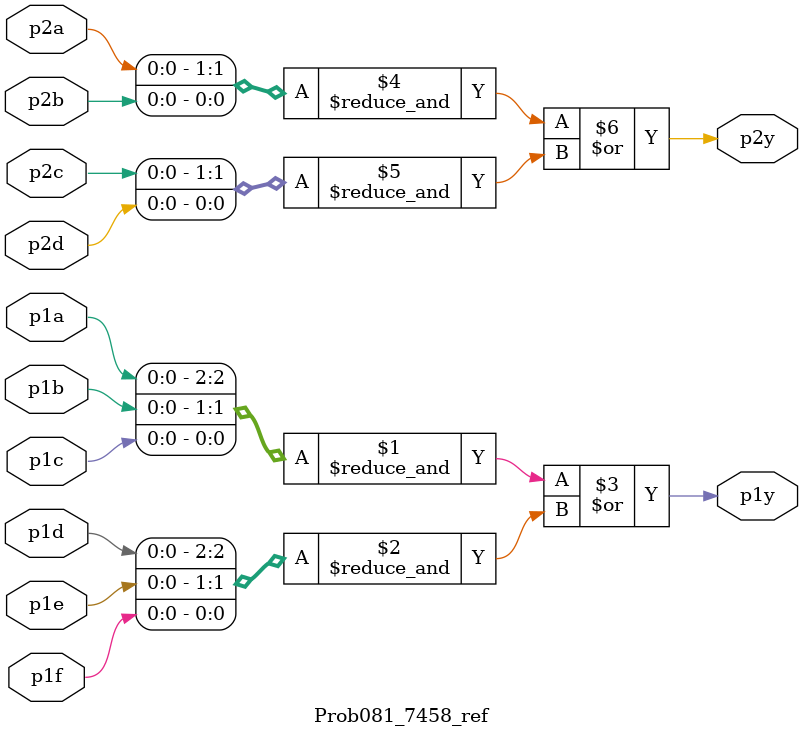
<source format=sv>

module Prob081_7458_ref (
  input p1a,
  input p1b,
  input p1c,
  input p1d,
  input p1e,
  input p1f,
  output p1y,
  input p2a,
  input p2b,
  input p2c,
  input p2d,
  output p2y
);

  assign p1y = &{p1a, p1b, p1c} | &{p1d, p1e, p1f};
  assign p2y = &{p2a, p2b} | &{p2c, p2d};

endmodule


</source>
